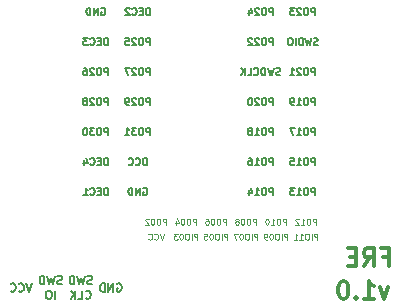
<source format=gbo>
G04 #@! TF.GenerationSoftware,KiCad,Pcbnew,5.0.0-rc2-unknown-c49a439~65~ubuntu18.04.1*
G04 #@! TF.CreationDate,2018-05-29T22:21:52+02:00*
G04 #@! TF.ProjectId,E73_breakout,4537335F627265616B6F75742E6B6963,rev?*
G04 #@! TF.SameCoordinates,Original*
G04 #@! TF.FileFunction,Legend,Bot*
G04 #@! TF.FilePolarity,Positive*
%FSLAX46Y46*%
G04 Gerber Fmt 4.6, Leading zero omitted, Abs format (unit mm)*
G04 Created by KiCad (PCBNEW 5.0.0-rc2-unknown-c49a439~65~ubuntu18.04.1) date Tue May 29 22:21:52 2018*
%MOMM*%
%LPD*%
G01*
G04 APERTURE LIST*
%ADD10C,0.175000*%
%ADD11C,0.125000*%
%ADD12C,0.300000*%
%ADD13C,0.150000*%
G04 APERTURE END LIST*
D10*
X186353333Y-121282666D02*
X186120000Y-121982666D01*
X185886666Y-121282666D01*
X185253333Y-121916000D02*
X185286666Y-121949333D01*
X185386666Y-121982666D01*
X185453333Y-121982666D01*
X185553333Y-121949333D01*
X185620000Y-121882666D01*
X185653333Y-121816000D01*
X185686666Y-121682666D01*
X185686666Y-121582666D01*
X185653333Y-121449333D01*
X185620000Y-121382666D01*
X185553333Y-121316000D01*
X185453333Y-121282666D01*
X185386666Y-121282666D01*
X185286666Y-121316000D01*
X185253333Y-121349333D01*
X184553333Y-121916000D02*
X184586666Y-121949333D01*
X184686666Y-121982666D01*
X184753333Y-121982666D01*
X184853333Y-121949333D01*
X184920000Y-121882666D01*
X184953333Y-121816000D01*
X184986666Y-121682666D01*
X184986666Y-121582666D01*
X184953333Y-121449333D01*
X184920000Y-121382666D01*
X184853333Y-121316000D01*
X184753333Y-121282666D01*
X184686666Y-121282666D01*
X184586666Y-121316000D01*
X184553333Y-121349333D01*
X188910000Y-121336833D02*
X188810000Y-121370166D01*
X188643333Y-121370166D01*
X188576666Y-121336833D01*
X188543333Y-121303500D01*
X188510000Y-121236833D01*
X188510000Y-121170166D01*
X188543333Y-121103500D01*
X188576666Y-121070166D01*
X188643333Y-121036833D01*
X188776666Y-121003500D01*
X188843333Y-120970166D01*
X188876666Y-120936833D01*
X188910000Y-120870166D01*
X188910000Y-120803500D01*
X188876666Y-120736833D01*
X188843333Y-120703500D01*
X188776666Y-120670166D01*
X188610000Y-120670166D01*
X188510000Y-120703500D01*
X188276666Y-120670166D02*
X188110000Y-121370166D01*
X187976666Y-120870166D01*
X187843333Y-121370166D01*
X187676666Y-120670166D01*
X187410000Y-121370166D02*
X187410000Y-120670166D01*
X187243333Y-120670166D01*
X187143333Y-120703500D01*
X187076666Y-120770166D01*
X187043333Y-120836833D01*
X187010000Y-120970166D01*
X187010000Y-121070166D01*
X187043333Y-121203500D01*
X187076666Y-121270166D01*
X187143333Y-121336833D01*
X187243333Y-121370166D01*
X187410000Y-121370166D01*
X188326666Y-122595166D02*
X188326666Y-121895166D01*
X187860000Y-121895166D02*
X187726666Y-121895166D01*
X187660000Y-121928500D01*
X187593333Y-121995166D01*
X187560000Y-122128500D01*
X187560000Y-122361833D01*
X187593333Y-122495166D01*
X187660000Y-122561833D01*
X187726666Y-122595166D01*
X187860000Y-122595166D01*
X187926666Y-122561833D01*
X187993333Y-122495166D01*
X188026666Y-122361833D01*
X188026666Y-122128500D01*
X187993333Y-121995166D01*
X187926666Y-121928500D01*
X187860000Y-121895166D01*
X191450000Y-121336833D02*
X191350000Y-121370166D01*
X191183333Y-121370166D01*
X191116666Y-121336833D01*
X191083333Y-121303500D01*
X191050000Y-121236833D01*
X191050000Y-121170166D01*
X191083333Y-121103500D01*
X191116666Y-121070166D01*
X191183333Y-121036833D01*
X191316666Y-121003500D01*
X191383333Y-120970166D01*
X191416666Y-120936833D01*
X191450000Y-120870166D01*
X191450000Y-120803500D01*
X191416666Y-120736833D01*
X191383333Y-120703500D01*
X191316666Y-120670166D01*
X191150000Y-120670166D01*
X191050000Y-120703500D01*
X190816666Y-120670166D02*
X190650000Y-121370166D01*
X190516666Y-120870166D01*
X190383333Y-121370166D01*
X190216666Y-120670166D01*
X189950000Y-121370166D02*
X189950000Y-120670166D01*
X189783333Y-120670166D01*
X189683333Y-120703500D01*
X189616666Y-120770166D01*
X189583333Y-120836833D01*
X189550000Y-120970166D01*
X189550000Y-121070166D01*
X189583333Y-121203500D01*
X189616666Y-121270166D01*
X189683333Y-121336833D01*
X189783333Y-121370166D01*
X189950000Y-121370166D01*
X190916666Y-122528500D02*
X190950000Y-122561833D01*
X191050000Y-122595166D01*
X191116666Y-122595166D01*
X191216666Y-122561833D01*
X191283333Y-122495166D01*
X191316666Y-122428500D01*
X191350000Y-122295166D01*
X191350000Y-122195166D01*
X191316666Y-122061833D01*
X191283333Y-121995166D01*
X191216666Y-121928500D01*
X191116666Y-121895166D01*
X191050000Y-121895166D01*
X190950000Y-121928500D01*
X190916666Y-121961833D01*
X190283333Y-122595166D02*
X190616666Y-122595166D01*
X190616666Y-121895166D01*
X190050000Y-122595166D02*
X190050000Y-121895166D01*
X189650000Y-122595166D02*
X189950000Y-122195166D01*
X189650000Y-121895166D02*
X190050000Y-122295166D01*
X193573333Y-121316000D02*
X193640000Y-121282666D01*
X193740000Y-121282666D01*
X193840000Y-121316000D01*
X193906666Y-121382666D01*
X193940000Y-121449333D01*
X193973333Y-121582666D01*
X193973333Y-121682666D01*
X193940000Y-121816000D01*
X193906666Y-121882666D01*
X193840000Y-121949333D01*
X193740000Y-121982666D01*
X193673333Y-121982666D01*
X193573333Y-121949333D01*
X193540000Y-121916000D01*
X193540000Y-121682666D01*
X193673333Y-121682666D01*
X193240000Y-121982666D02*
X193240000Y-121282666D01*
X192840000Y-121982666D01*
X192840000Y-121282666D01*
X192506666Y-121982666D02*
X192506666Y-121282666D01*
X192340000Y-121282666D01*
X192240000Y-121316000D01*
X192173333Y-121382666D01*
X192140000Y-121449333D01*
X192106666Y-121582666D01*
X192106666Y-121682666D01*
X192140000Y-121816000D01*
X192173333Y-121882666D01*
X192240000Y-121949333D01*
X192340000Y-121982666D01*
X192506666Y-121982666D01*
D11*
X197719047Y-116304190D02*
X197719047Y-115804190D01*
X197528571Y-115804190D01*
X197480952Y-115828000D01*
X197457142Y-115851809D01*
X197433333Y-115899428D01*
X197433333Y-115970857D01*
X197457142Y-116018476D01*
X197480952Y-116042285D01*
X197528571Y-116066095D01*
X197719047Y-116066095D01*
X197123809Y-115804190D02*
X197028571Y-115804190D01*
X196980952Y-115828000D01*
X196933333Y-115875619D01*
X196909523Y-115970857D01*
X196909523Y-116137523D01*
X196933333Y-116232761D01*
X196980952Y-116280380D01*
X197028571Y-116304190D01*
X197123809Y-116304190D01*
X197171428Y-116280380D01*
X197219047Y-116232761D01*
X197242857Y-116137523D01*
X197242857Y-115970857D01*
X197219047Y-115875619D01*
X197171428Y-115828000D01*
X197123809Y-115804190D01*
X196600000Y-115804190D02*
X196552380Y-115804190D01*
X196504761Y-115828000D01*
X196480952Y-115851809D01*
X196457142Y-115899428D01*
X196433333Y-115994666D01*
X196433333Y-116113714D01*
X196457142Y-116208952D01*
X196480952Y-116256571D01*
X196504761Y-116280380D01*
X196552380Y-116304190D01*
X196600000Y-116304190D01*
X196647619Y-116280380D01*
X196671428Y-116256571D01*
X196695238Y-116208952D01*
X196719047Y-116113714D01*
X196719047Y-115994666D01*
X196695238Y-115899428D01*
X196671428Y-115851809D01*
X196647619Y-115828000D01*
X196600000Y-115804190D01*
X196242857Y-115851809D02*
X196219047Y-115828000D01*
X196171428Y-115804190D01*
X196052380Y-115804190D01*
X196004761Y-115828000D01*
X195980952Y-115851809D01*
X195957142Y-115899428D01*
X195957142Y-115947047D01*
X195980952Y-116018476D01*
X196266666Y-116304190D01*
X195957142Y-116304190D01*
X197516666Y-117074190D02*
X197350000Y-117574190D01*
X197183333Y-117074190D01*
X196730952Y-117526571D02*
X196754761Y-117550380D01*
X196826190Y-117574190D01*
X196873809Y-117574190D01*
X196945238Y-117550380D01*
X196992857Y-117502761D01*
X197016666Y-117455142D01*
X197040476Y-117359904D01*
X197040476Y-117288476D01*
X197016666Y-117193238D01*
X196992857Y-117145619D01*
X196945238Y-117098000D01*
X196873809Y-117074190D01*
X196826190Y-117074190D01*
X196754761Y-117098000D01*
X196730952Y-117121809D01*
X196230952Y-117526571D02*
X196254761Y-117550380D01*
X196326190Y-117574190D01*
X196373809Y-117574190D01*
X196445238Y-117550380D01*
X196492857Y-117502761D01*
X196516666Y-117455142D01*
X196540476Y-117359904D01*
X196540476Y-117288476D01*
X196516666Y-117193238D01*
X196492857Y-117145619D01*
X196445238Y-117098000D01*
X196373809Y-117074190D01*
X196326190Y-117074190D01*
X196254761Y-117098000D01*
X196230952Y-117121809D01*
X200378095Y-117574190D02*
X200378095Y-117074190D01*
X200187619Y-117074190D01*
X200140000Y-117098000D01*
X200116190Y-117121809D01*
X200092380Y-117169428D01*
X200092380Y-117240857D01*
X200116190Y-117288476D01*
X200140000Y-117312285D01*
X200187619Y-117336095D01*
X200378095Y-117336095D01*
X199878095Y-117574190D02*
X199878095Y-117074190D01*
X199544761Y-117074190D02*
X199449523Y-117074190D01*
X199401904Y-117098000D01*
X199354285Y-117145619D01*
X199330476Y-117240857D01*
X199330476Y-117407523D01*
X199354285Y-117502761D01*
X199401904Y-117550380D01*
X199449523Y-117574190D01*
X199544761Y-117574190D01*
X199592380Y-117550380D01*
X199640000Y-117502761D01*
X199663809Y-117407523D01*
X199663809Y-117240857D01*
X199640000Y-117145619D01*
X199592380Y-117098000D01*
X199544761Y-117074190D01*
X199020952Y-117074190D02*
X198973333Y-117074190D01*
X198925714Y-117098000D01*
X198901904Y-117121809D01*
X198878095Y-117169428D01*
X198854285Y-117264666D01*
X198854285Y-117383714D01*
X198878095Y-117478952D01*
X198901904Y-117526571D01*
X198925714Y-117550380D01*
X198973333Y-117574190D01*
X199020952Y-117574190D01*
X199068571Y-117550380D01*
X199092380Y-117526571D01*
X199116190Y-117478952D01*
X199140000Y-117383714D01*
X199140000Y-117264666D01*
X199116190Y-117169428D01*
X199092380Y-117121809D01*
X199068571Y-117098000D01*
X199020952Y-117074190D01*
X198687619Y-117074190D02*
X198378095Y-117074190D01*
X198544761Y-117264666D01*
X198473333Y-117264666D01*
X198425714Y-117288476D01*
X198401904Y-117312285D01*
X198378095Y-117359904D01*
X198378095Y-117478952D01*
X198401904Y-117526571D01*
X198425714Y-117550380D01*
X198473333Y-117574190D01*
X198616190Y-117574190D01*
X198663809Y-117550380D01*
X198687619Y-117526571D01*
X200259047Y-116304190D02*
X200259047Y-115804190D01*
X200068571Y-115804190D01*
X200020952Y-115828000D01*
X199997142Y-115851809D01*
X199973333Y-115899428D01*
X199973333Y-115970857D01*
X199997142Y-116018476D01*
X200020952Y-116042285D01*
X200068571Y-116066095D01*
X200259047Y-116066095D01*
X199663809Y-115804190D02*
X199568571Y-115804190D01*
X199520952Y-115828000D01*
X199473333Y-115875619D01*
X199449523Y-115970857D01*
X199449523Y-116137523D01*
X199473333Y-116232761D01*
X199520952Y-116280380D01*
X199568571Y-116304190D01*
X199663809Y-116304190D01*
X199711428Y-116280380D01*
X199759047Y-116232761D01*
X199782857Y-116137523D01*
X199782857Y-115970857D01*
X199759047Y-115875619D01*
X199711428Y-115828000D01*
X199663809Y-115804190D01*
X199140000Y-115804190D02*
X199092380Y-115804190D01*
X199044761Y-115828000D01*
X199020952Y-115851809D01*
X198997142Y-115899428D01*
X198973333Y-115994666D01*
X198973333Y-116113714D01*
X198997142Y-116208952D01*
X199020952Y-116256571D01*
X199044761Y-116280380D01*
X199092380Y-116304190D01*
X199140000Y-116304190D01*
X199187619Y-116280380D01*
X199211428Y-116256571D01*
X199235238Y-116208952D01*
X199259047Y-116113714D01*
X199259047Y-115994666D01*
X199235238Y-115899428D01*
X199211428Y-115851809D01*
X199187619Y-115828000D01*
X199140000Y-115804190D01*
X198544761Y-115970857D02*
X198544761Y-116304190D01*
X198663809Y-115780380D02*
X198782857Y-116137523D01*
X198473333Y-116137523D01*
X202918095Y-117574190D02*
X202918095Y-117074190D01*
X202727619Y-117074190D01*
X202680000Y-117098000D01*
X202656190Y-117121809D01*
X202632380Y-117169428D01*
X202632380Y-117240857D01*
X202656190Y-117288476D01*
X202680000Y-117312285D01*
X202727619Y-117336095D01*
X202918095Y-117336095D01*
X202418095Y-117574190D02*
X202418095Y-117074190D01*
X202084761Y-117074190D02*
X201989523Y-117074190D01*
X201941904Y-117098000D01*
X201894285Y-117145619D01*
X201870476Y-117240857D01*
X201870476Y-117407523D01*
X201894285Y-117502761D01*
X201941904Y-117550380D01*
X201989523Y-117574190D01*
X202084761Y-117574190D01*
X202132380Y-117550380D01*
X202180000Y-117502761D01*
X202203809Y-117407523D01*
X202203809Y-117240857D01*
X202180000Y-117145619D01*
X202132380Y-117098000D01*
X202084761Y-117074190D01*
X201560952Y-117074190D02*
X201513333Y-117074190D01*
X201465714Y-117098000D01*
X201441904Y-117121809D01*
X201418095Y-117169428D01*
X201394285Y-117264666D01*
X201394285Y-117383714D01*
X201418095Y-117478952D01*
X201441904Y-117526571D01*
X201465714Y-117550380D01*
X201513333Y-117574190D01*
X201560952Y-117574190D01*
X201608571Y-117550380D01*
X201632380Y-117526571D01*
X201656190Y-117478952D01*
X201680000Y-117383714D01*
X201680000Y-117264666D01*
X201656190Y-117169428D01*
X201632380Y-117121809D01*
X201608571Y-117098000D01*
X201560952Y-117074190D01*
X200941904Y-117074190D02*
X201180000Y-117074190D01*
X201203809Y-117312285D01*
X201180000Y-117288476D01*
X201132380Y-117264666D01*
X201013333Y-117264666D01*
X200965714Y-117288476D01*
X200941904Y-117312285D01*
X200918095Y-117359904D01*
X200918095Y-117478952D01*
X200941904Y-117526571D01*
X200965714Y-117550380D01*
X201013333Y-117574190D01*
X201132380Y-117574190D01*
X201180000Y-117550380D01*
X201203809Y-117526571D01*
X202799047Y-116304190D02*
X202799047Y-115804190D01*
X202608571Y-115804190D01*
X202560952Y-115828000D01*
X202537142Y-115851809D01*
X202513333Y-115899428D01*
X202513333Y-115970857D01*
X202537142Y-116018476D01*
X202560952Y-116042285D01*
X202608571Y-116066095D01*
X202799047Y-116066095D01*
X202203809Y-115804190D02*
X202108571Y-115804190D01*
X202060952Y-115828000D01*
X202013333Y-115875619D01*
X201989523Y-115970857D01*
X201989523Y-116137523D01*
X202013333Y-116232761D01*
X202060952Y-116280380D01*
X202108571Y-116304190D01*
X202203809Y-116304190D01*
X202251428Y-116280380D01*
X202299047Y-116232761D01*
X202322857Y-116137523D01*
X202322857Y-115970857D01*
X202299047Y-115875619D01*
X202251428Y-115828000D01*
X202203809Y-115804190D01*
X201680000Y-115804190D02*
X201632380Y-115804190D01*
X201584761Y-115828000D01*
X201560952Y-115851809D01*
X201537142Y-115899428D01*
X201513333Y-115994666D01*
X201513333Y-116113714D01*
X201537142Y-116208952D01*
X201560952Y-116256571D01*
X201584761Y-116280380D01*
X201632380Y-116304190D01*
X201680000Y-116304190D01*
X201727619Y-116280380D01*
X201751428Y-116256571D01*
X201775238Y-116208952D01*
X201799047Y-116113714D01*
X201799047Y-115994666D01*
X201775238Y-115899428D01*
X201751428Y-115851809D01*
X201727619Y-115828000D01*
X201680000Y-115804190D01*
X201084761Y-115804190D02*
X201180000Y-115804190D01*
X201227619Y-115828000D01*
X201251428Y-115851809D01*
X201299047Y-115923238D01*
X201322857Y-116018476D01*
X201322857Y-116208952D01*
X201299047Y-116256571D01*
X201275238Y-116280380D01*
X201227619Y-116304190D01*
X201132380Y-116304190D01*
X201084761Y-116280380D01*
X201060952Y-116256571D01*
X201037142Y-116208952D01*
X201037142Y-116089904D01*
X201060952Y-116042285D01*
X201084761Y-116018476D01*
X201132380Y-115994666D01*
X201227619Y-115994666D01*
X201275238Y-116018476D01*
X201299047Y-116042285D01*
X201322857Y-116089904D01*
X205458095Y-117574190D02*
X205458095Y-117074190D01*
X205267619Y-117074190D01*
X205220000Y-117098000D01*
X205196190Y-117121809D01*
X205172380Y-117169428D01*
X205172380Y-117240857D01*
X205196190Y-117288476D01*
X205220000Y-117312285D01*
X205267619Y-117336095D01*
X205458095Y-117336095D01*
X204958095Y-117574190D02*
X204958095Y-117074190D01*
X204624761Y-117074190D02*
X204529523Y-117074190D01*
X204481904Y-117098000D01*
X204434285Y-117145619D01*
X204410476Y-117240857D01*
X204410476Y-117407523D01*
X204434285Y-117502761D01*
X204481904Y-117550380D01*
X204529523Y-117574190D01*
X204624761Y-117574190D01*
X204672380Y-117550380D01*
X204720000Y-117502761D01*
X204743809Y-117407523D01*
X204743809Y-117240857D01*
X204720000Y-117145619D01*
X204672380Y-117098000D01*
X204624761Y-117074190D01*
X204100952Y-117074190D02*
X204053333Y-117074190D01*
X204005714Y-117098000D01*
X203981904Y-117121809D01*
X203958095Y-117169428D01*
X203934285Y-117264666D01*
X203934285Y-117383714D01*
X203958095Y-117478952D01*
X203981904Y-117526571D01*
X204005714Y-117550380D01*
X204053333Y-117574190D01*
X204100952Y-117574190D01*
X204148571Y-117550380D01*
X204172380Y-117526571D01*
X204196190Y-117478952D01*
X204220000Y-117383714D01*
X204220000Y-117264666D01*
X204196190Y-117169428D01*
X204172380Y-117121809D01*
X204148571Y-117098000D01*
X204100952Y-117074190D01*
X203767619Y-117074190D02*
X203434285Y-117074190D01*
X203648571Y-117574190D01*
X205339047Y-116304190D02*
X205339047Y-115804190D01*
X205148571Y-115804190D01*
X205100952Y-115828000D01*
X205077142Y-115851809D01*
X205053333Y-115899428D01*
X205053333Y-115970857D01*
X205077142Y-116018476D01*
X205100952Y-116042285D01*
X205148571Y-116066095D01*
X205339047Y-116066095D01*
X204743809Y-115804190D02*
X204648571Y-115804190D01*
X204600952Y-115828000D01*
X204553333Y-115875619D01*
X204529523Y-115970857D01*
X204529523Y-116137523D01*
X204553333Y-116232761D01*
X204600952Y-116280380D01*
X204648571Y-116304190D01*
X204743809Y-116304190D01*
X204791428Y-116280380D01*
X204839047Y-116232761D01*
X204862857Y-116137523D01*
X204862857Y-115970857D01*
X204839047Y-115875619D01*
X204791428Y-115828000D01*
X204743809Y-115804190D01*
X204220000Y-115804190D02*
X204172380Y-115804190D01*
X204124761Y-115828000D01*
X204100952Y-115851809D01*
X204077142Y-115899428D01*
X204053333Y-115994666D01*
X204053333Y-116113714D01*
X204077142Y-116208952D01*
X204100952Y-116256571D01*
X204124761Y-116280380D01*
X204172380Y-116304190D01*
X204220000Y-116304190D01*
X204267619Y-116280380D01*
X204291428Y-116256571D01*
X204315238Y-116208952D01*
X204339047Y-116113714D01*
X204339047Y-115994666D01*
X204315238Y-115899428D01*
X204291428Y-115851809D01*
X204267619Y-115828000D01*
X204220000Y-115804190D01*
X203767619Y-116018476D02*
X203815238Y-115994666D01*
X203839047Y-115970857D01*
X203862857Y-115923238D01*
X203862857Y-115899428D01*
X203839047Y-115851809D01*
X203815238Y-115828000D01*
X203767619Y-115804190D01*
X203672380Y-115804190D01*
X203624761Y-115828000D01*
X203600952Y-115851809D01*
X203577142Y-115899428D01*
X203577142Y-115923238D01*
X203600952Y-115970857D01*
X203624761Y-115994666D01*
X203672380Y-116018476D01*
X203767619Y-116018476D01*
X203815238Y-116042285D01*
X203839047Y-116066095D01*
X203862857Y-116113714D01*
X203862857Y-116208952D01*
X203839047Y-116256571D01*
X203815238Y-116280380D01*
X203767619Y-116304190D01*
X203672380Y-116304190D01*
X203624761Y-116280380D01*
X203600952Y-116256571D01*
X203577142Y-116208952D01*
X203577142Y-116113714D01*
X203600952Y-116066095D01*
X203624761Y-116042285D01*
X203672380Y-116018476D01*
X207998095Y-117574190D02*
X207998095Y-117074190D01*
X207807619Y-117074190D01*
X207760000Y-117098000D01*
X207736190Y-117121809D01*
X207712380Y-117169428D01*
X207712380Y-117240857D01*
X207736190Y-117288476D01*
X207760000Y-117312285D01*
X207807619Y-117336095D01*
X207998095Y-117336095D01*
X207498095Y-117574190D02*
X207498095Y-117074190D01*
X207164761Y-117074190D02*
X207069523Y-117074190D01*
X207021904Y-117098000D01*
X206974285Y-117145619D01*
X206950476Y-117240857D01*
X206950476Y-117407523D01*
X206974285Y-117502761D01*
X207021904Y-117550380D01*
X207069523Y-117574190D01*
X207164761Y-117574190D01*
X207212380Y-117550380D01*
X207260000Y-117502761D01*
X207283809Y-117407523D01*
X207283809Y-117240857D01*
X207260000Y-117145619D01*
X207212380Y-117098000D01*
X207164761Y-117074190D01*
X206640952Y-117074190D02*
X206593333Y-117074190D01*
X206545714Y-117098000D01*
X206521904Y-117121809D01*
X206498095Y-117169428D01*
X206474285Y-117264666D01*
X206474285Y-117383714D01*
X206498095Y-117478952D01*
X206521904Y-117526571D01*
X206545714Y-117550380D01*
X206593333Y-117574190D01*
X206640952Y-117574190D01*
X206688571Y-117550380D01*
X206712380Y-117526571D01*
X206736190Y-117478952D01*
X206760000Y-117383714D01*
X206760000Y-117264666D01*
X206736190Y-117169428D01*
X206712380Y-117121809D01*
X206688571Y-117098000D01*
X206640952Y-117074190D01*
X206236190Y-117574190D02*
X206140952Y-117574190D01*
X206093333Y-117550380D01*
X206069523Y-117526571D01*
X206021904Y-117455142D01*
X205998095Y-117359904D01*
X205998095Y-117169428D01*
X206021904Y-117121809D01*
X206045714Y-117098000D01*
X206093333Y-117074190D01*
X206188571Y-117074190D01*
X206236190Y-117098000D01*
X206260000Y-117121809D01*
X206283809Y-117169428D01*
X206283809Y-117288476D01*
X206260000Y-117336095D01*
X206236190Y-117359904D01*
X206188571Y-117383714D01*
X206093333Y-117383714D01*
X206045714Y-117359904D01*
X206021904Y-117336095D01*
X205998095Y-117288476D01*
X207879047Y-116304190D02*
X207879047Y-115804190D01*
X207688571Y-115804190D01*
X207640952Y-115828000D01*
X207617142Y-115851809D01*
X207593333Y-115899428D01*
X207593333Y-115970857D01*
X207617142Y-116018476D01*
X207640952Y-116042285D01*
X207688571Y-116066095D01*
X207879047Y-116066095D01*
X207283809Y-115804190D02*
X207188571Y-115804190D01*
X207140952Y-115828000D01*
X207093333Y-115875619D01*
X207069523Y-115970857D01*
X207069523Y-116137523D01*
X207093333Y-116232761D01*
X207140952Y-116280380D01*
X207188571Y-116304190D01*
X207283809Y-116304190D01*
X207331428Y-116280380D01*
X207379047Y-116232761D01*
X207402857Y-116137523D01*
X207402857Y-115970857D01*
X207379047Y-115875619D01*
X207331428Y-115828000D01*
X207283809Y-115804190D01*
X206593333Y-116304190D02*
X206879047Y-116304190D01*
X206736190Y-116304190D02*
X206736190Y-115804190D01*
X206783809Y-115875619D01*
X206831428Y-115923238D01*
X206879047Y-115947047D01*
X206283809Y-115804190D02*
X206236190Y-115804190D01*
X206188571Y-115828000D01*
X206164761Y-115851809D01*
X206140952Y-115899428D01*
X206117142Y-115994666D01*
X206117142Y-116113714D01*
X206140952Y-116208952D01*
X206164761Y-116256571D01*
X206188571Y-116280380D01*
X206236190Y-116304190D01*
X206283809Y-116304190D01*
X206331428Y-116280380D01*
X206355238Y-116256571D01*
X206379047Y-116208952D01*
X206402857Y-116113714D01*
X206402857Y-115994666D01*
X206379047Y-115899428D01*
X206355238Y-115851809D01*
X206331428Y-115828000D01*
X206283809Y-115804190D01*
X210538095Y-117574190D02*
X210538095Y-117074190D01*
X210347619Y-117074190D01*
X210300000Y-117098000D01*
X210276190Y-117121809D01*
X210252380Y-117169428D01*
X210252380Y-117240857D01*
X210276190Y-117288476D01*
X210300000Y-117312285D01*
X210347619Y-117336095D01*
X210538095Y-117336095D01*
X210038095Y-117574190D02*
X210038095Y-117074190D01*
X209704761Y-117074190D02*
X209609523Y-117074190D01*
X209561904Y-117098000D01*
X209514285Y-117145619D01*
X209490476Y-117240857D01*
X209490476Y-117407523D01*
X209514285Y-117502761D01*
X209561904Y-117550380D01*
X209609523Y-117574190D01*
X209704761Y-117574190D01*
X209752380Y-117550380D01*
X209800000Y-117502761D01*
X209823809Y-117407523D01*
X209823809Y-117240857D01*
X209800000Y-117145619D01*
X209752380Y-117098000D01*
X209704761Y-117074190D01*
X209014285Y-117574190D02*
X209300000Y-117574190D01*
X209157142Y-117574190D02*
X209157142Y-117074190D01*
X209204761Y-117145619D01*
X209252380Y-117193238D01*
X209300000Y-117217047D01*
X208538095Y-117574190D02*
X208823809Y-117574190D01*
X208680952Y-117574190D02*
X208680952Y-117074190D01*
X208728571Y-117145619D01*
X208776190Y-117193238D01*
X208823809Y-117217047D01*
X210419047Y-116304190D02*
X210419047Y-115804190D01*
X210228571Y-115804190D01*
X210180952Y-115828000D01*
X210157142Y-115851809D01*
X210133333Y-115899428D01*
X210133333Y-115970857D01*
X210157142Y-116018476D01*
X210180952Y-116042285D01*
X210228571Y-116066095D01*
X210419047Y-116066095D01*
X209823809Y-115804190D02*
X209728571Y-115804190D01*
X209680952Y-115828000D01*
X209633333Y-115875619D01*
X209609523Y-115970857D01*
X209609523Y-116137523D01*
X209633333Y-116232761D01*
X209680952Y-116280380D01*
X209728571Y-116304190D01*
X209823809Y-116304190D01*
X209871428Y-116280380D01*
X209919047Y-116232761D01*
X209942857Y-116137523D01*
X209942857Y-115970857D01*
X209919047Y-115875619D01*
X209871428Y-115828000D01*
X209823809Y-115804190D01*
X209133333Y-116304190D02*
X209419047Y-116304190D01*
X209276190Y-116304190D02*
X209276190Y-115804190D01*
X209323809Y-115875619D01*
X209371428Y-115923238D01*
X209419047Y-115947047D01*
X208942857Y-115851809D02*
X208919047Y-115828000D01*
X208871428Y-115804190D01*
X208752380Y-115804190D01*
X208704761Y-115828000D01*
X208680952Y-115851809D01*
X208657142Y-115899428D01*
X208657142Y-115947047D01*
X208680952Y-116018476D01*
X208966666Y-116304190D01*
X208657142Y-116304190D01*
D12*
X216098285Y-119018857D02*
X216598285Y-119018857D01*
X216598285Y-119804571D02*
X216598285Y-118304571D01*
X215884000Y-118304571D01*
X214455428Y-119804571D02*
X214955428Y-119090285D01*
X215312571Y-119804571D02*
X215312571Y-118304571D01*
X214741142Y-118304571D01*
X214598285Y-118376000D01*
X214526857Y-118447428D01*
X214455428Y-118590285D01*
X214455428Y-118804571D01*
X214526857Y-118947428D01*
X214598285Y-119018857D01*
X214741142Y-119090285D01*
X215312571Y-119090285D01*
X213812571Y-119018857D02*
X213312571Y-119018857D01*
X213098285Y-119804571D02*
X213812571Y-119804571D01*
X213812571Y-118304571D01*
X213098285Y-118304571D01*
X216518857Y-121598571D02*
X216161714Y-122598571D01*
X215804571Y-121598571D01*
X214447428Y-122598571D02*
X215304571Y-122598571D01*
X214876000Y-122598571D02*
X214876000Y-121098571D01*
X215018857Y-121312857D01*
X215161714Y-121455714D01*
X215304571Y-121527142D01*
X213804571Y-122455714D02*
X213733142Y-122527142D01*
X213804571Y-122598571D01*
X213876000Y-122527142D01*
X213804571Y-122455714D01*
X213804571Y-122598571D01*
X212804571Y-121098571D02*
X212661714Y-121098571D01*
X212518857Y-121170000D01*
X212447428Y-121241428D01*
X212376000Y-121384285D01*
X212304571Y-121670000D01*
X212304571Y-122027142D01*
X212376000Y-122312857D01*
X212447428Y-122455714D01*
X212518857Y-122527142D01*
X212661714Y-122598571D01*
X212804571Y-122598571D01*
X212947428Y-122527142D01*
X213018857Y-122455714D01*
X213090285Y-122312857D01*
X213161714Y-122027142D01*
X213161714Y-121670000D01*
X213090285Y-121384285D01*
X213018857Y-121241428D01*
X212947428Y-121170000D01*
X212804571Y-121098571D01*
D13*
X196340285Y-98569428D02*
X196340285Y-97969428D01*
X196197428Y-97969428D01*
X196111714Y-97998000D01*
X196054571Y-98055142D01*
X196026000Y-98112285D01*
X195997428Y-98226571D01*
X195997428Y-98312285D01*
X196026000Y-98426571D01*
X196054571Y-98483714D01*
X196111714Y-98540857D01*
X196197428Y-98569428D01*
X196340285Y-98569428D01*
X195740285Y-98255142D02*
X195540285Y-98255142D01*
X195454571Y-98569428D02*
X195740285Y-98569428D01*
X195740285Y-97969428D01*
X195454571Y-97969428D01*
X194854571Y-98512285D02*
X194883142Y-98540857D01*
X194968857Y-98569428D01*
X195026000Y-98569428D01*
X195111714Y-98540857D01*
X195168857Y-98483714D01*
X195197428Y-98426571D01*
X195226000Y-98312285D01*
X195226000Y-98226571D01*
X195197428Y-98112285D01*
X195168857Y-98055142D01*
X195111714Y-97998000D01*
X195026000Y-97969428D01*
X194968857Y-97969428D01*
X194883142Y-97998000D01*
X194854571Y-98026571D01*
X194626000Y-98026571D02*
X194597428Y-97998000D01*
X194540285Y-97969428D01*
X194397428Y-97969428D01*
X194340285Y-97998000D01*
X194311714Y-98026571D01*
X194283142Y-98083714D01*
X194283142Y-98140857D01*
X194311714Y-98226571D01*
X194654571Y-98569428D01*
X194283142Y-98569428D01*
X192812857Y-108729428D02*
X192812857Y-108129428D01*
X192584285Y-108129428D01*
X192527142Y-108158000D01*
X192498571Y-108186571D01*
X192470000Y-108243714D01*
X192470000Y-108329428D01*
X192498571Y-108386571D01*
X192527142Y-108415142D01*
X192584285Y-108443714D01*
X192812857Y-108443714D01*
X192098571Y-108129428D02*
X191984285Y-108129428D01*
X191927142Y-108158000D01*
X191870000Y-108215142D01*
X191841428Y-108329428D01*
X191841428Y-108529428D01*
X191870000Y-108643714D01*
X191927142Y-108700857D01*
X191984285Y-108729428D01*
X192098571Y-108729428D01*
X192155714Y-108700857D01*
X192212857Y-108643714D01*
X192241428Y-108529428D01*
X192241428Y-108329428D01*
X192212857Y-108215142D01*
X192155714Y-108158000D01*
X192098571Y-108129428D01*
X191641428Y-108129428D02*
X191270000Y-108129428D01*
X191470000Y-108358000D01*
X191384285Y-108358000D01*
X191327142Y-108386571D01*
X191298571Y-108415142D01*
X191270000Y-108472285D01*
X191270000Y-108615142D01*
X191298571Y-108672285D01*
X191327142Y-108700857D01*
X191384285Y-108729428D01*
X191555714Y-108729428D01*
X191612857Y-108700857D01*
X191641428Y-108672285D01*
X190898571Y-108129428D02*
X190841428Y-108129428D01*
X190784285Y-108158000D01*
X190755714Y-108186571D01*
X190727142Y-108243714D01*
X190698571Y-108358000D01*
X190698571Y-108500857D01*
X190727142Y-108615142D01*
X190755714Y-108672285D01*
X190784285Y-108700857D01*
X190841428Y-108729428D01*
X190898571Y-108729428D01*
X190955714Y-108700857D01*
X190984285Y-108672285D01*
X191012857Y-108615142D01*
X191041428Y-108500857D01*
X191041428Y-108358000D01*
X191012857Y-108243714D01*
X190984285Y-108186571D01*
X190955714Y-108158000D01*
X190898571Y-108129428D01*
X192812857Y-103649428D02*
X192812857Y-103049428D01*
X192584285Y-103049428D01*
X192527142Y-103078000D01*
X192498571Y-103106571D01*
X192470000Y-103163714D01*
X192470000Y-103249428D01*
X192498571Y-103306571D01*
X192527142Y-103335142D01*
X192584285Y-103363714D01*
X192812857Y-103363714D01*
X192098571Y-103049428D02*
X191984285Y-103049428D01*
X191927142Y-103078000D01*
X191870000Y-103135142D01*
X191841428Y-103249428D01*
X191841428Y-103449428D01*
X191870000Y-103563714D01*
X191927142Y-103620857D01*
X191984285Y-103649428D01*
X192098571Y-103649428D01*
X192155714Y-103620857D01*
X192212857Y-103563714D01*
X192241428Y-103449428D01*
X192241428Y-103249428D01*
X192212857Y-103135142D01*
X192155714Y-103078000D01*
X192098571Y-103049428D01*
X191612857Y-103106571D02*
X191584285Y-103078000D01*
X191527142Y-103049428D01*
X191384285Y-103049428D01*
X191327142Y-103078000D01*
X191298571Y-103106571D01*
X191270000Y-103163714D01*
X191270000Y-103220857D01*
X191298571Y-103306571D01*
X191641428Y-103649428D01*
X191270000Y-103649428D01*
X190755714Y-103049428D02*
X190870000Y-103049428D01*
X190927142Y-103078000D01*
X190955714Y-103106571D01*
X191012857Y-103192285D01*
X191041428Y-103306571D01*
X191041428Y-103535142D01*
X191012857Y-103592285D01*
X190984285Y-103620857D01*
X190927142Y-103649428D01*
X190812857Y-103649428D01*
X190755714Y-103620857D01*
X190727142Y-103592285D01*
X190698571Y-103535142D01*
X190698571Y-103392285D01*
X190727142Y-103335142D01*
X190755714Y-103306571D01*
X190812857Y-103278000D01*
X190927142Y-103278000D01*
X190984285Y-103306571D01*
X191012857Y-103335142D01*
X191041428Y-103392285D01*
X192784285Y-113809428D02*
X192784285Y-113209428D01*
X192641428Y-113209428D01*
X192555714Y-113238000D01*
X192498571Y-113295142D01*
X192470000Y-113352285D01*
X192441428Y-113466571D01*
X192441428Y-113552285D01*
X192470000Y-113666571D01*
X192498571Y-113723714D01*
X192555714Y-113780857D01*
X192641428Y-113809428D01*
X192784285Y-113809428D01*
X192184285Y-113495142D02*
X191984285Y-113495142D01*
X191898571Y-113809428D02*
X192184285Y-113809428D01*
X192184285Y-113209428D01*
X191898571Y-113209428D01*
X191298571Y-113752285D02*
X191327142Y-113780857D01*
X191412857Y-113809428D01*
X191470000Y-113809428D01*
X191555714Y-113780857D01*
X191612857Y-113723714D01*
X191641428Y-113666571D01*
X191670000Y-113552285D01*
X191670000Y-113466571D01*
X191641428Y-113352285D01*
X191612857Y-113295142D01*
X191555714Y-113238000D01*
X191470000Y-113209428D01*
X191412857Y-113209428D01*
X191327142Y-113238000D01*
X191298571Y-113266571D01*
X190727142Y-113809428D02*
X191070000Y-113809428D01*
X190898571Y-113809428D02*
X190898571Y-113209428D01*
X190955714Y-113295142D01*
X191012857Y-113352285D01*
X191070000Y-113380857D01*
X192784285Y-111269428D02*
X192784285Y-110669428D01*
X192641428Y-110669428D01*
X192555714Y-110698000D01*
X192498571Y-110755142D01*
X192470000Y-110812285D01*
X192441428Y-110926571D01*
X192441428Y-111012285D01*
X192470000Y-111126571D01*
X192498571Y-111183714D01*
X192555714Y-111240857D01*
X192641428Y-111269428D01*
X192784285Y-111269428D01*
X192184285Y-110955142D02*
X191984285Y-110955142D01*
X191898571Y-111269428D02*
X192184285Y-111269428D01*
X192184285Y-110669428D01*
X191898571Y-110669428D01*
X191298571Y-111212285D02*
X191327142Y-111240857D01*
X191412857Y-111269428D01*
X191470000Y-111269428D01*
X191555714Y-111240857D01*
X191612857Y-111183714D01*
X191641428Y-111126571D01*
X191670000Y-111012285D01*
X191670000Y-110926571D01*
X191641428Y-110812285D01*
X191612857Y-110755142D01*
X191555714Y-110698000D01*
X191470000Y-110669428D01*
X191412857Y-110669428D01*
X191327142Y-110698000D01*
X191298571Y-110726571D01*
X190784285Y-110869428D02*
X190784285Y-111269428D01*
X190927142Y-110640857D02*
X191070000Y-111069428D01*
X190698571Y-111069428D01*
X196083142Y-111269428D02*
X196083142Y-110669428D01*
X195940285Y-110669428D01*
X195854571Y-110698000D01*
X195797428Y-110755142D01*
X195768857Y-110812285D01*
X195740285Y-110926571D01*
X195740285Y-111012285D01*
X195768857Y-111126571D01*
X195797428Y-111183714D01*
X195854571Y-111240857D01*
X195940285Y-111269428D01*
X196083142Y-111269428D01*
X195140285Y-111212285D02*
X195168857Y-111240857D01*
X195254571Y-111269428D01*
X195311714Y-111269428D01*
X195397428Y-111240857D01*
X195454571Y-111183714D01*
X195483142Y-111126571D01*
X195511714Y-111012285D01*
X195511714Y-110926571D01*
X195483142Y-110812285D01*
X195454571Y-110755142D01*
X195397428Y-110698000D01*
X195311714Y-110669428D01*
X195254571Y-110669428D01*
X195168857Y-110698000D01*
X195140285Y-110726571D01*
X194540285Y-111212285D02*
X194568857Y-111240857D01*
X194654571Y-111269428D01*
X194711714Y-111269428D01*
X194797428Y-111240857D01*
X194854571Y-111183714D01*
X194883142Y-111126571D01*
X194911714Y-111012285D01*
X194911714Y-110926571D01*
X194883142Y-110812285D01*
X194854571Y-110755142D01*
X194797428Y-110698000D01*
X194711714Y-110669428D01*
X194654571Y-110669428D01*
X194568857Y-110698000D01*
X194540285Y-110726571D01*
X196368857Y-103649428D02*
X196368857Y-103049428D01*
X196140285Y-103049428D01*
X196083142Y-103078000D01*
X196054571Y-103106571D01*
X196026000Y-103163714D01*
X196026000Y-103249428D01*
X196054571Y-103306571D01*
X196083142Y-103335142D01*
X196140285Y-103363714D01*
X196368857Y-103363714D01*
X195654571Y-103049428D02*
X195540285Y-103049428D01*
X195483142Y-103078000D01*
X195426000Y-103135142D01*
X195397428Y-103249428D01*
X195397428Y-103449428D01*
X195426000Y-103563714D01*
X195483142Y-103620857D01*
X195540285Y-103649428D01*
X195654571Y-103649428D01*
X195711714Y-103620857D01*
X195768857Y-103563714D01*
X195797428Y-103449428D01*
X195797428Y-103249428D01*
X195768857Y-103135142D01*
X195711714Y-103078000D01*
X195654571Y-103049428D01*
X195168857Y-103106571D02*
X195140285Y-103078000D01*
X195083142Y-103049428D01*
X194940285Y-103049428D01*
X194883142Y-103078000D01*
X194854571Y-103106571D01*
X194826000Y-103163714D01*
X194826000Y-103220857D01*
X194854571Y-103306571D01*
X195197428Y-103649428D01*
X194826000Y-103649428D01*
X194626000Y-103049428D02*
X194226000Y-103049428D01*
X194483142Y-103649428D01*
X196368857Y-106189428D02*
X196368857Y-105589428D01*
X196140285Y-105589428D01*
X196083142Y-105618000D01*
X196054571Y-105646571D01*
X196026000Y-105703714D01*
X196026000Y-105789428D01*
X196054571Y-105846571D01*
X196083142Y-105875142D01*
X196140285Y-105903714D01*
X196368857Y-105903714D01*
X195654571Y-105589428D02*
X195540285Y-105589428D01*
X195483142Y-105618000D01*
X195426000Y-105675142D01*
X195397428Y-105789428D01*
X195397428Y-105989428D01*
X195426000Y-106103714D01*
X195483142Y-106160857D01*
X195540285Y-106189428D01*
X195654571Y-106189428D01*
X195711714Y-106160857D01*
X195768857Y-106103714D01*
X195797428Y-105989428D01*
X195797428Y-105789428D01*
X195768857Y-105675142D01*
X195711714Y-105618000D01*
X195654571Y-105589428D01*
X195168857Y-105646571D02*
X195140285Y-105618000D01*
X195083142Y-105589428D01*
X194940285Y-105589428D01*
X194883142Y-105618000D01*
X194854571Y-105646571D01*
X194826000Y-105703714D01*
X194826000Y-105760857D01*
X194854571Y-105846571D01*
X195197428Y-106189428D01*
X194826000Y-106189428D01*
X194540285Y-106189428D02*
X194426000Y-106189428D01*
X194368857Y-106160857D01*
X194340285Y-106132285D01*
X194283142Y-106046571D01*
X194254571Y-105932285D01*
X194254571Y-105703714D01*
X194283142Y-105646571D01*
X194311714Y-105618000D01*
X194368857Y-105589428D01*
X194483142Y-105589428D01*
X194540285Y-105618000D01*
X194568857Y-105646571D01*
X194597428Y-105703714D01*
X194597428Y-105846571D01*
X194568857Y-105903714D01*
X194540285Y-105932285D01*
X194483142Y-105960857D01*
X194368857Y-105960857D01*
X194311714Y-105932285D01*
X194283142Y-105903714D01*
X194254571Y-105846571D01*
X192784285Y-101109428D02*
X192784285Y-100509428D01*
X192641428Y-100509428D01*
X192555714Y-100538000D01*
X192498571Y-100595142D01*
X192470000Y-100652285D01*
X192441428Y-100766571D01*
X192441428Y-100852285D01*
X192470000Y-100966571D01*
X192498571Y-101023714D01*
X192555714Y-101080857D01*
X192641428Y-101109428D01*
X192784285Y-101109428D01*
X192184285Y-100795142D02*
X191984285Y-100795142D01*
X191898571Y-101109428D02*
X192184285Y-101109428D01*
X192184285Y-100509428D01*
X191898571Y-100509428D01*
X191298571Y-101052285D02*
X191327142Y-101080857D01*
X191412857Y-101109428D01*
X191470000Y-101109428D01*
X191555714Y-101080857D01*
X191612857Y-101023714D01*
X191641428Y-100966571D01*
X191670000Y-100852285D01*
X191670000Y-100766571D01*
X191641428Y-100652285D01*
X191612857Y-100595142D01*
X191555714Y-100538000D01*
X191470000Y-100509428D01*
X191412857Y-100509428D01*
X191327142Y-100538000D01*
X191298571Y-100566571D01*
X191098571Y-100509428D02*
X190727142Y-100509428D01*
X190927142Y-100738000D01*
X190841428Y-100738000D01*
X190784285Y-100766571D01*
X190755714Y-100795142D01*
X190727142Y-100852285D01*
X190727142Y-100995142D01*
X190755714Y-101052285D01*
X190784285Y-101080857D01*
X190841428Y-101109428D01*
X191012857Y-101109428D01*
X191070000Y-101080857D01*
X191098571Y-101052285D01*
X195783142Y-113238000D02*
X195840285Y-113209428D01*
X195926000Y-113209428D01*
X196011714Y-113238000D01*
X196068857Y-113295142D01*
X196097428Y-113352285D01*
X196126000Y-113466571D01*
X196126000Y-113552285D01*
X196097428Y-113666571D01*
X196068857Y-113723714D01*
X196011714Y-113780857D01*
X195926000Y-113809428D01*
X195868857Y-113809428D01*
X195783142Y-113780857D01*
X195754571Y-113752285D01*
X195754571Y-113552285D01*
X195868857Y-113552285D01*
X195497428Y-113809428D02*
X195497428Y-113209428D01*
X195154571Y-113809428D01*
X195154571Y-113209428D01*
X194868857Y-113809428D02*
X194868857Y-113209428D01*
X194726000Y-113209428D01*
X194640285Y-113238000D01*
X194583142Y-113295142D01*
X194554571Y-113352285D01*
X194526000Y-113466571D01*
X194526000Y-113552285D01*
X194554571Y-113666571D01*
X194583142Y-113723714D01*
X194640285Y-113780857D01*
X194726000Y-113809428D01*
X194868857Y-113809428D01*
X192227142Y-97998000D02*
X192284285Y-97969428D01*
X192370000Y-97969428D01*
X192455714Y-97998000D01*
X192512857Y-98055142D01*
X192541428Y-98112285D01*
X192570000Y-98226571D01*
X192570000Y-98312285D01*
X192541428Y-98426571D01*
X192512857Y-98483714D01*
X192455714Y-98540857D01*
X192370000Y-98569428D01*
X192312857Y-98569428D01*
X192227142Y-98540857D01*
X192198571Y-98512285D01*
X192198571Y-98312285D01*
X192312857Y-98312285D01*
X191941428Y-98569428D02*
X191941428Y-97969428D01*
X191598571Y-98569428D01*
X191598571Y-97969428D01*
X191312857Y-98569428D02*
X191312857Y-97969428D01*
X191170000Y-97969428D01*
X191084285Y-97998000D01*
X191027142Y-98055142D01*
X190998571Y-98112285D01*
X190970000Y-98226571D01*
X190970000Y-98312285D01*
X190998571Y-98426571D01*
X191027142Y-98483714D01*
X191084285Y-98540857D01*
X191170000Y-98569428D01*
X191312857Y-98569428D01*
X196368857Y-101109428D02*
X196368857Y-100509428D01*
X196140285Y-100509428D01*
X196083142Y-100538000D01*
X196054571Y-100566571D01*
X196026000Y-100623714D01*
X196026000Y-100709428D01*
X196054571Y-100766571D01*
X196083142Y-100795142D01*
X196140285Y-100823714D01*
X196368857Y-100823714D01*
X195654571Y-100509428D02*
X195540285Y-100509428D01*
X195483142Y-100538000D01*
X195426000Y-100595142D01*
X195397428Y-100709428D01*
X195397428Y-100909428D01*
X195426000Y-101023714D01*
X195483142Y-101080857D01*
X195540285Y-101109428D01*
X195654571Y-101109428D01*
X195711714Y-101080857D01*
X195768857Y-101023714D01*
X195797428Y-100909428D01*
X195797428Y-100709428D01*
X195768857Y-100595142D01*
X195711714Y-100538000D01*
X195654571Y-100509428D01*
X195168857Y-100566571D02*
X195140285Y-100538000D01*
X195083142Y-100509428D01*
X194940285Y-100509428D01*
X194883142Y-100538000D01*
X194854571Y-100566571D01*
X194826000Y-100623714D01*
X194826000Y-100680857D01*
X194854571Y-100766571D01*
X195197428Y-101109428D01*
X194826000Y-101109428D01*
X194283142Y-100509428D02*
X194568857Y-100509428D01*
X194597428Y-100795142D01*
X194568857Y-100766571D01*
X194511714Y-100738000D01*
X194368857Y-100738000D01*
X194311714Y-100766571D01*
X194283142Y-100795142D01*
X194254571Y-100852285D01*
X194254571Y-100995142D01*
X194283142Y-101052285D01*
X194311714Y-101080857D01*
X194368857Y-101109428D01*
X194511714Y-101109428D01*
X194568857Y-101080857D01*
X194597428Y-101052285D01*
X192812857Y-106189428D02*
X192812857Y-105589428D01*
X192584285Y-105589428D01*
X192527142Y-105618000D01*
X192498571Y-105646571D01*
X192470000Y-105703714D01*
X192470000Y-105789428D01*
X192498571Y-105846571D01*
X192527142Y-105875142D01*
X192584285Y-105903714D01*
X192812857Y-105903714D01*
X192098571Y-105589428D02*
X191984285Y-105589428D01*
X191927142Y-105618000D01*
X191870000Y-105675142D01*
X191841428Y-105789428D01*
X191841428Y-105989428D01*
X191870000Y-106103714D01*
X191927142Y-106160857D01*
X191984285Y-106189428D01*
X192098571Y-106189428D01*
X192155714Y-106160857D01*
X192212857Y-106103714D01*
X192241428Y-105989428D01*
X192241428Y-105789428D01*
X192212857Y-105675142D01*
X192155714Y-105618000D01*
X192098571Y-105589428D01*
X191612857Y-105646571D02*
X191584285Y-105618000D01*
X191527142Y-105589428D01*
X191384285Y-105589428D01*
X191327142Y-105618000D01*
X191298571Y-105646571D01*
X191270000Y-105703714D01*
X191270000Y-105760857D01*
X191298571Y-105846571D01*
X191641428Y-106189428D01*
X191270000Y-106189428D01*
X190927142Y-105846571D02*
X190984285Y-105818000D01*
X191012857Y-105789428D01*
X191041428Y-105732285D01*
X191041428Y-105703714D01*
X191012857Y-105646571D01*
X190984285Y-105618000D01*
X190927142Y-105589428D01*
X190812857Y-105589428D01*
X190755714Y-105618000D01*
X190727142Y-105646571D01*
X190698571Y-105703714D01*
X190698571Y-105732285D01*
X190727142Y-105789428D01*
X190755714Y-105818000D01*
X190812857Y-105846571D01*
X190927142Y-105846571D01*
X190984285Y-105875142D01*
X191012857Y-105903714D01*
X191041428Y-105960857D01*
X191041428Y-106075142D01*
X191012857Y-106132285D01*
X190984285Y-106160857D01*
X190927142Y-106189428D01*
X190812857Y-106189428D01*
X190755714Y-106160857D01*
X190727142Y-106132285D01*
X190698571Y-106075142D01*
X190698571Y-105960857D01*
X190727142Y-105903714D01*
X190755714Y-105875142D01*
X190812857Y-105846571D01*
X196368857Y-108729428D02*
X196368857Y-108129428D01*
X196140285Y-108129428D01*
X196083142Y-108158000D01*
X196054571Y-108186571D01*
X196026000Y-108243714D01*
X196026000Y-108329428D01*
X196054571Y-108386571D01*
X196083142Y-108415142D01*
X196140285Y-108443714D01*
X196368857Y-108443714D01*
X195654571Y-108129428D02*
X195540285Y-108129428D01*
X195483142Y-108158000D01*
X195426000Y-108215142D01*
X195397428Y-108329428D01*
X195397428Y-108529428D01*
X195426000Y-108643714D01*
X195483142Y-108700857D01*
X195540285Y-108729428D01*
X195654571Y-108729428D01*
X195711714Y-108700857D01*
X195768857Y-108643714D01*
X195797428Y-108529428D01*
X195797428Y-108329428D01*
X195768857Y-108215142D01*
X195711714Y-108158000D01*
X195654571Y-108129428D01*
X195197428Y-108129428D02*
X194826000Y-108129428D01*
X195026000Y-108358000D01*
X194940285Y-108358000D01*
X194883142Y-108386571D01*
X194854571Y-108415142D01*
X194826000Y-108472285D01*
X194826000Y-108615142D01*
X194854571Y-108672285D01*
X194883142Y-108700857D01*
X194940285Y-108729428D01*
X195111714Y-108729428D01*
X195168857Y-108700857D01*
X195197428Y-108672285D01*
X194254571Y-108729428D02*
X194597428Y-108729428D01*
X194426000Y-108729428D02*
X194426000Y-108129428D01*
X194483142Y-108215142D01*
X194540285Y-108272285D01*
X194597428Y-108300857D01*
X206782857Y-113809428D02*
X206782857Y-113209428D01*
X206554285Y-113209428D01*
X206497142Y-113238000D01*
X206468571Y-113266571D01*
X206440000Y-113323714D01*
X206440000Y-113409428D01*
X206468571Y-113466571D01*
X206497142Y-113495142D01*
X206554285Y-113523714D01*
X206782857Y-113523714D01*
X206068571Y-113209428D02*
X205954285Y-113209428D01*
X205897142Y-113238000D01*
X205840000Y-113295142D01*
X205811428Y-113409428D01*
X205811428Y-113609428D01*
X205840000Y-113723714D01*
X205897142Y-113780857D01*
X205954285Y-113809428D01*
X206068571Y-113809428D01*
X206125714Y-113780857D01*
X206182857Y-113723714D01*
X206211428Y-113609428D01*
X206211428Y-113409428D01*
X206182857Y-113295142D01*
X206125714Y-113238000D01*
X206068571Y-113209428D01*
X205240000Y-113809428D02*
X205582857Y-113809428D01*
X205411428Y-113809428D02*
X205411428Y-113209428D01*
X205468571Y-113295142D01*
X205525714Y-113352285D01*
X205582857Y-113380857D01*
X204725714Y-113409428D02*
X204725714Y-113809428D01*
X204868571Y-113180857D02*
X205011428Y-113609428D01*
X204640000Y-113609428D01*
X210338857Y-113809428D02*
X210338857Y-113209428D01*
X210110285Y-113209428D01*
X210053142Y-113238000D01*
X210024571Y-113266571D01*
X209996000Y-113323714D01*
X209996000Y-113409428D01*
X210024571Y-113466571D01*
X210053142Y-113495142D01*
X210110285Y-113523714D01*
X210338857Y-113523714D01*
X209624571Y-113209428D02*
X209510285Y-113209428D01*
X209453142Y-113238000D01*
X209396000Y-113295142D01*
X209367428Y-113409428D01*
X209367428Y-113609428D01*
X209396000Y-113723714D01*
X209453142Y-113780857D01*
X209510285Y-113809428D01*
X209624571Y-113809428D01*
X209681714Y-113780857D01*
X209738857Y-113723714D01*
X209767428Y-113609428D01*
X209767428Y-113409428D01*
X209738857Y-113295142D01*
X209681714Y-113238000D01*
X209624571Y-113209428D01*
X208796000Y-113809428D02*
X209138857Y-113809428D01*
X208967428Y-113809428D02*
X208967428Y-113209428D01*
X209024571Y-113295142D01*
X209081714Y-113352285D01*
X209138857Y-113380857D01*
X208596000Y-113209428D02*
X208224571Y-113209428D01*
X208424571Y-113438000D01*
X208338857Y-113438000D01*
X208281714Y-113466571D01*
X208253142Y-113495142D01*
X208224571Y-113552285D01*
X208224571Y-113695142D01*
X208253142Y-113752285D01*
X208281714Y-113780857D01*
X208338857Y-113809428D01*
X208510285Y-113809428D01*
X208567428Y-113780857D01*
X208596000Y-113752285D01*
X206782857Y-111269428D02*
X206782857Y-110669428D01*
X206554285Y-110669428D01*
X206497142Y-110698000D01*
X206468571Y-110726571D01*
X206440000Y-110783714D01*
X206440000Y-110869428D01*
X206468571Y-110926571D01*
X206497142Y-110955142D01*
X206554285Y-110983714D01*
X206782857Y-110983714D01*
X206068571Y-110669428D02*
X205954285Y-110669428D01*
X205897142Y-110698000D01*
X205840000Y-110755142D01*
X205811428Y-110869428D01*
X205811428Y-111069428D01*
X205840000Y-111183714D01*
X205897142Y-111240857D01*
X205954285Y-111269428D01*
X206068571Y-111269428D01*
X206125714Y-111240857D01*
X206182857Y-111183714D01*
X206211428Y-111069428D01*
X206211428Y-110869428D01*
X206182857Y-110755142D01*
X206125714Y-110698000D01*
X206068571Y-110669428D01*
X205240000Y-111269428D02*
X205582857Y-111269428D01*
X205411428Y-111269428D02*
X205411428Y-110669428D01*
X205468571Y-110755142D01*
X205525714Y-110812285D01*
X205582857Y-110840857D01*
X204725714Y-110669428D02*
X204840000Y-110669428D01*
X204897142Y-110698000D01*
X204925714Y-110726571D01*
X204982857Y-110812285D01*
X205011428Y-110926571D01*
X205011428Y-111155142D01*
X204982857Y-111212285D01*
X204954285Y-111240857D01*
X204897142Y-111269428D01*
X204782857Y-111269428D01*
X204725714Y-111240857D01*
X204697142Y-111212285D01*
X204668571Y-111155142D01*
X204668571Y-111012285D01*
X204697142Y-110955142D01*
X204725714Y-110926571D01*
X204782857Y-110898000D01*
X204897142Y-110898000D01*
X204954285Y-110926571D01*
X204982857Y-110955142D01*
X205011428Y-111012285D01*
X210338857Y-111269428D02*
X210338857Y-110669428D01*
X210110285Y-110669428D01*
X210053142Y-110698000D01*
X210024571Y-110726571D01*
X209996000Y-110783714D01*
X209996000Y-110869428D01*
X210024571Y-110926571D01*
X210053142Y-110955142D01*
X210110285Y-110983714D01*
X210338857Y-110983714D01*
X209624571Y-110669428D02*
X209510285Y-110669428D01*
X209453142Y-110698000D01*
X209396000Y-110755142D01*
X209367428Y-110869428D01*
X209367428Y-111069428D01*
X209396000Y-111183714D01*
X209453142Y-111240857D01*
X209510285Y-111269428D01*
X209624571Y-111269428D01*
X209681714Y-111240857D01*
X209738857Y-111183714D01*
X209767428Y-111069428D01*
X209767428Y-110869428D01*
X209738857Y-110755142D01*
X209681714Y-110698000D01*
X209624571Y-110669428D01*
X208796000Y-111269428D02*
X209138857Y-111269428D01*
X208967428Y-111269428D02*
X208967428Y-110669428D01*
X209024571Y-110755142D01*
X209081714Y-110812285D01*
X209138857Y-110840857D01*
X208253142Y-110669428D02*
X208538857Y-110669428D01*
X208567428Y-110955142D01*
X208538857Y-110926571D01*
X208481714Y-110898000D01*
X208338857Y-110898000D01*
X208281714Y-110926571D01*
X208253142Y-110955142D01*
X208224571Y-111012285D01*
X208224571Y-111155142D01*
X208253142Y-111212285D01*
X208281714Y-111240857D01*
X208338857Y-111269428D01*
X208481714Y-111269428D01*
X208538857Y-111240857D01*
X208567428Y-111212285D01*
X210338857Y-108729428D02*
X210338857Y-108129428D01*
X210110285Y-108129428D01*
X210053142Y-108158000D01*
X210024571Y-108186571D01*
X209996000Y-108243714D01*
X209996000Y-108329428D01*
X210024571Y-108386571D01*
X210053142Y-108415142D01*
X210110285Y-108443714D01*
X210338857Y-108443714D01*
X209624571Y-108129428D02*
X209510285Y-108129428D01*
X209453142Y-108158000D01*
X209396000Y-108215142D01*
X209367428Y-108329428D01*
X209367428Y-108529428D01*
X209396000Y-108643714D01*
X209453142Y-108700857D01*
X209510285Y-108729428D01*
X209624571Y-108729428D01*
X209681714Y-108700857D01*
X209738857Y-108643714D01*
X209767428Y-108529428D01*
X209767428Y-108329428D01*
X209738857Y-108215142D01*
X209681714Y-108158000D01*
X209624571Y-108129428D01*
X208796000Y-108729428D02*
X209138857Y-108729428D01*
X208967428Y-108729428D02*
X208967428Y-108129428D01*
X209024571Y-108215142D01*
X209081714Y-108272285D01*
X209138857Y-108300857D01*
X208596000Y-108129428D02*
X208196000Y-108129428D01*
X208453142Y-108729428D01*
X206782857Y-108729428D02*
X206782857Y-108129428D01*
X206554285Y-108129428D01*
X206497142Y-108158000D01*
X206468571Y-108186571D01*
X206440000Y-108243714D01*
X206440000Y-108329428D01*
X206468571Y-108386571D01*
X206497142Y-108415142D01*
X206554285Y-108443714D01*
X206782857Y-108443714D01*
X206068571Y-108129428D02*
X205954285Y-108129428D01*
X205897142Y-108158000D01*
X205840000Y-108215142D01*
X205811428Y-108329428D01*
X205811428Y-108529428D01*
X205840000Y-108643714D01*
X205897142Y-108700857D01*
X205954285Y-108729428D01*
X206068571Y-108729428D01*
X206125714Y-108700857D01*
X206182857Y-108643714D01*
X206211428Y-108529428D01*
X206211428Y-108329428D01*
X206182857Y-108215142D01*
X206125714Y-108158000D01*
X206068571Y-108129428D01*
X205240000Y-108729428D02*
X205582857Y-108729428D01*
X205411428Y-108729428D02*
X205411428Y-108129428D01*
X205468571Y-108215142D01*
X205525714Y-108272285D01*
X205582857Y-108300857D01*
X204897142Y-108386571D02*
X204954285Y-108358000D01*
X204982857Y-108329428D01*
X205011428Y-108272285D01*
X205011428Y-108243714D01*
X204982857Y-108186571D01*
X204954285Y-108158000D01*
X204897142Y-108129428D01*
X204782857Y-108129428D01*
X204725714Y-108158000D01*
X204697142Y-108186571D01*
X204668571Y-108243714D01*
X204668571Y-108272285D01*
X204697142Y-108329428D01*
X204725714Y-108358000D01*
X204782857Y-108386571D01*
X204897142Y-108386571D01*
X204954285Y-108415142D01*
X204982857Y-108443714D01*
X205011428Y-108500857D01*
X205011428Y-108615142D01*
X204982857Y-108672285D01*
X204954285Y-108700857D01*
X204897142Y-108729428D01*
X204782857Y-108729428D01*
X204725714Y-108700857D01*
X204697142Y-108672285D01*
X204668571Y-108615142D01*
X204668571Y-108500857D01*
X204697142Y-108443714D01*
X204725714Y-108415142D01*
X204782857Y-108386571D01*
X206782857Y-106189428D02*
X206782857Y-105589428D01*
X206554285Y-105589428D01*
X206497142Y-105618000D01*
X206468571Y-105646571D01*
X206440000Y-105703714D01*
X206440000Y-105789428D01*
X206468571Y-105846571D01*
X206497142Y-105875142D01*
X206554285Y-105903714D01*
X206782857Y-105903714D01*
X206068571Y-105589428D02*
X205954285Y-105589428D01*
X205897142Y-105618000D01*
X205840000Y-105675142D01*
X205811428Y-105789428D01*
X205811428Y-105989428D01*
X205840000Y-106103714D01*
X205897142Y-106160857D01*
X205954285Y-106189428D01*
X206068571Y-106189428D01*
X206125714Y-106160857D01*
X206182857Y-106103714D01*
X206211428Y-105989428D01*
X206211428Y-105789428D01*
X206182857Y-105675142D01*
X206125714Y-105618000D01*
X206068571Y-105589428D01*
X205582857Y-105646571D02*
X205554285Y-105618000D01*
X205497142Y-105589428D01*
X205354285Y-105589428D01*
X205297142Y-105618000D01*
X205268571Y-105646571D01*
X205240000Y-105703714D01*
X205240000Y-105760857D01*
X205268571Y-105846571D01*
X205611428Y-106189428D01*
X205240000Y-106189428D01*
X204868571Y-105589428D02*
X204811428Y-105589428D01*
X204754285Y-105618000D01*
X204725714Y-105646571D01*
X204697142Y-105703714D01*
X204668571Y-105818000D01*
X204668571Y-105960857D01*
X204697142Y-106075142D01*
X204725714Y-106132285D01*
X204754285Y-106160857D01*
X204811428Y-106189428D01*
X204868571Y-106189428D01*
X204925714Y-106160857D01*
X204954285Y-106132285D01*
X204982857Y-106075142D01*
X205011428Y-105960857D01*
X205011428Y-105818000D01*
X204982857Y-105703714D01*
X204954285Y-105646571D01*
X204925714Y-105618000D01*
X204868571Y-105589428D01*
X210338857Y-106189428D02*
X210338857Y-105589428D01*
X210110285Y-105589428D01*
X210053142Y-105618000D01*
X210024571Y-105646571D01*
X209996000Y-105703714D01*
X209996000Y-105789428D01*
X210024571Y-105846571D01*
X210053142Y-105875142D01*
X210110285Y-105903714D01*
X210338857Y-105903714D01*
X209624571Y-105589428D02*
X209510285Y-105589428D01*
X209453142Y-105618000D01*
X209396000Y-105675142D01*
X209367428Y-105789428D01*
X209367428Y-105989428D01*
X209396000Y-106103714D01*
X209453142Y-106160857D01*
X209510285Y-106189428D01*
X209624571Y-106189428D01*
X209681714Y-106160857D01*
X209738857Y-106103714D01*
X209767428Y-105989428D01*
X209767428Y-105789428D01*
X209738857Y-105675142D01*
X209681714Y-105618000D01*
X209624571Y-105589428D01*
X208796000Y-106189428D02*
X209138857Y-106189428D01*
X208967428Y-106189428D02*
X208967428Y-105589428D01*
X209024571Y-105675142D01*
X209081714Y-105732285D01*
X209138857Y-105760857D01*
X208510285Y-106189428D02*
X208396000Y-106189428D01*
X208338857Y-106160857D01*
X208310285Y-106132285D01*
X208253142Y-106046571D01*
X208224571Y-105932285D01*
X208224571Y-105703714D01*
X208253142Y-105646571D01*
X208281714Y-105618000D01*
X208338857Y-105589428D01*
X208453142Y-105589428D01*
X208510285Y-105618000D01*
X208538857Y-105646571D01*
X208567428Y-105703714D01*
X208567428Y-105846571D01*
X208538857Y-105903714D01*
X208510285Y-105932285D01*
X208453142Y-105960857D01*
X208338857Y-105960857D01*
X208281714Y-105932285D01*
X208253142Y-105903714D01*
X208224571Y-105846571D01*
X207397142Y-103620857D02*
X207311428Y-103649428D01*
X207168571Y-103649428D01*
X207111428Y-103620857D01*
X207082857Y-103592285D01*
X207054285Y-103535142D01*
X207054285Y-103478000D01*
X207082857Y-103420857D01*
X207111428Y-103392285D01*
X207168571Y-103363714D01*
X207282857Y-103335142D01*
X207340000Y-103306571D01*
X207368571Y-103278000D01*
X207397142Y-103220857D01*
X207397142Y-103163714D01*
X207368571Y-103106571D01*
X207340000Y-103078000D01*
X207282857Y-103049428D01*
X207140000Y-103049428D01*
X207054285Y-103078000D01*
X206854285Y-103049428D02*
X206711428Y-103649428D01*
X206597142Y-103220857D01*
X206482857Y-103649428D01*
X206340000Y-103049428D01*
X206111428Y-103649428D02*
X206111428Y-103049428D01*
X205968571Y-103049428D01*
X205882857Y-103078000D01*
X205825714Y-103135142D01*
X205797142Y-103192285D01*
X205768571Y-103306571D01*
X205768571Y-103392285D01*
X205797142Y-103506571D01*
X205825714Y-103563714D01*
X205882857Y-103620857D01*
X205968571Y-103649428D01*
X206111428Y-103649428D01*
X205168571Y-103592285D02*
X205197142Y-103620857D01*
X205282857Y-103649428D01*
X205340000Y-103649428D01*
X205425714Y-103620857D01*
X205482857Y-103563714D01*
X205511428Y-103506571D01*
X205540000Y-103392285D01*
X205540000Y-103306571D01*
X205511428Y-103192285D01*
X205482857Y-103135142D01*
X205425714Y-103078000D01*
X205340000Y-103049428D01*
X205282857Y-103049428D01*
X205197142Y-103078000D01*
X205168571Y-103106571D01*
X204625714Y-103649428D02*
X204911428Y-103649428D01*
X204911428Y-103049428D01*
X204425714Y-103649428D02*
X204425714Y-103049428D01*
X204082857Y-103649428D02*
X204340000Y-103306571D01*
X204082857Y-103049428D02*
X204425714Y-103392285D01*
X210338857Y-103649428D02*
X210338857Y-103049428D01*
X210110285Y-103049428D01*
X210053142Y-103078000D01*
X210024571Y-103106571D01*
X209996000Y-103163714D01*
X209996000Y-103249428D01*
X210024571Y-103306571D01*
X210053142Y-103335142D01*
X210110285Y-103363714D01*
X210338857Y-103363714D01*
X209624571Y-103049428D02*
X209510285Y-103049428D01*
X209453142Y-103078000D01*
X209396000Y-103135142D01*
X209367428Y-103249428D01*
X209367428Y-103449428D01*
X209396000Y-103563714D01*
X209453142Y-103620857D01*
X209510285Y-103649428D01*
X209624571Y-103649428D01*
X209681714Y-103620857D01*
X209738857Y-103563714D01*
X209767428Y-103449428D01*
X209767428Y-103249428D01*
X209738857Y-103135142D01*
X209681714Y-103078000D01*
X209624571Y-103049428D01*
X209138857Y-103106571D02*
X209110285Y-103078000D01*
X209053142Y-103049428D01*
X208910285Y-103049428D01*
X208853142Y-103078000D01*
X208824571Y-103106571D01*
X208796000Y-103163714D01*
X208796000Y-103220857D01*
X208824571Y-103306571D01*
X209167428Y-103649428D01*
X208796000Y-103649428D01*
X208224571Y-103649428D02*
X208567428Y-103649428D01*
X208396000Y-103649428D02*
X208396000Y-103049428D01*
X208453142Y-103135142D01*
X208510285Y-103192285D01*
X208567428Y-103220857D01*
X210567428Y-101080857D02*
X210481714Y-101109428D01*
X210338857Y-101109428D01*
X210281714Y-101080857D01*
X210253142Y-101052285D01*
X210224571Y-100995142D01*
X210224571Y-100938000D01*
X210253142Y-100880857D01*
X210281714Y-100852285D01*
X210338857Y-100823714D01*
X210453142Y-100795142D01*
X210510285Y-100766571D01*
X210538857Y-100738000D01*
X210567428Y-100680857D01*
X210567428Y-100623714D01*
X210538857Y-100566571D01*
X210510285Y-100538000D01*
X210453142Y-100509428D01*
X210310285Y-100509428D01*
X210224571Y-100538000D01*
X210024571Y-100509428D02*
X209881714Y-101109428D01*
X209767428Y-100680857D01*
X209653142Y-101109428D01*
X209510285Y-100509428D01*
X209281714Y-101109428D02*
X209281714Y-100509428D01*
X209138857Y-100509428D01*
X209053142Y-100538000D01*
X208996000Y-100595142D01*
X208967428Y-100652285D01*
X208938857Y-100766571D01*
X208938857Y-100852285D01*
X208967428Y-100966571D01*
X208996000Y-101023714D01*
X209053142Y-101080857D01*
X209138857Y-101109428D01*
X209281714Y-101109428D01*
X208681714Y-101109428D02*
X208681714Y-100509428D01*
X208281714Y-100509428D02*
X208167428Y-100509428D01*
X208110285Y-100538000D01*
X208053142Y-100595142D01*
X208024571Y-100709428D01*
X208024571Y-100909428D01*
X208053142Y-101023714D01*
X208110285Y-101080857D01*
X208167428Y-101109428D01*
X208281714Y-101109428D01*
X208338857Y-101080857D01*
X208396000Y-101023714D01*
X208424571Y-100909428D01*
X208424571Y-100709428D01*
X208396000Y-100595142D01*
X208338857Y-100538000D01*
X208281714Y-100509428D01*
X206782857Y-101109428D02*
X206782857Y-100509428D01*
X206554285Y-100509428D01*
X206497142Y-100538000D01*
X206468571Y-100566571D01*
X206440000Y-100623714D01*
X206440000Y-100709428D01*
X206468571Y-100766571D01*
X206497142Y-100795142D01*
X206554285Y-100823714D01*
X206782857Y-100823714D01*
X206068571Y-100509428D02*
X205954285Y-100509428D01*
X205897142Y-100538000D01*
X205840000Y-100595142D01*
X205811428Y-100709428D01*
X205811428Y-100909428D01*
X205840000Y-101023714D01*
X205897142Y-101080857D01*
X205954285Y-101109428D01*
X206068571Y-101109428D01*
X206125714Y-101080857D01*
X206182857Y-101023714D01*
X206211428Y-100909428D01*
X206211428Y-100709428D01*
X206182857Y-100595142D01*
X206125714Y-100538000D01*
X206068571Y-100509428D01*
X205582857Y-100566571D02*
X205554285Y-100538000D01*
X205497142Y-100509428D01*
X205354285Y-100509428D01*
X205297142Y-100538000D01*
X205268571Y-100566571D01*
X205240000Y-100623714D01*
X205240000Y-100680857D01*
X205268571Y-100766571D01*
X205611428Y-101109428D01*
X205240000Y-101109428D01*
X205011428Y-100566571D02*
X204982857Y-100538000D01*
X204925714Y-100509428D01*
X204782857Y-100509428D01*
X204725714Y-100538000D01*
X204697142Y-100566571D01*
X204668571Y-100623714D01*
X204668571Y-100680857D01*
X204697142Y-100766571D01*
X205040000Y-101109428D01*
X204668571Y-101109428D01*
X206782857Y-98569428D02*
X206782857Y-97969428D01*
X206554285Y-97969428D01*
X206497142Y-97998000D01*
X206468571Y-98026571D01*
X206440000Y-98083714D01*
X206440000Y-98169428D01*
X206468571Y-98226571D01*
X206497142Y-98255142D01*
X206554285Y-98283714D01*
X206782857Y-98283714D01*
X206068571Y-97969428D02*
X205954285Y-97969428D01*
X205897142Y-97998000D01*
X205840000Y-98055142D01*
X205811428Y-98169428D01*
X205811428Y-98369428D01*
X205840000Y-98483714D01*
X205897142Y-98540857D01*
X205954285Y-98569428D01*
X206068571Y-98569428D01*
X206125714Y-98540857D01*
X206182857Y-98483714D01*
X206211428Y-98369428D01*
X206211428Y-98169428D01*
X206182857Y-98055142D01*
X206125714Y-97998000D01*
X206068571Y-97969428D01*
X205582857Y-98026571D02*
X205554285Y-97998000D01*
X205497142Y-97969428D01*
X205354285Y-97969428D01*
X205297142Y-97998000D01*
X205268571Y-98026571D01*
X205240000Y-98083714D01*
X205240000Y-98140857D01*
X205268571Y-98226571D01*
X205611428Y-98569428D01*
X205240000Y-98569428D01*
X204725714Y-98169428D02*
X204725714Y-98569428D01*
X204868571Y-97940857D02*
X205011428Y-98369428D01*
X204640000Y-98369428D01*
X210338857Y-98569428D02*
X210338857Y-97969428D01*
X210110285Y-97969428D01*
X210053142Y-97998000D01*
X210024571Y-98026571D01*
X209996000Y-98083714D01*
X209996000Y-98169428D01*
X210024571Y-98226571D01*
X210053142Y-98255142D01*
X210110285Y-98283714D01*
X210338857Y-98283714D01*
X209624571Y-97969428D02*
X209510285Y-97969428D01*
X209453142Y-97998000D01*
X209396000Y-98055142D01*
X209367428Y-98169428D01*
X209367428Y-98369428D01*
X209396000Y-98483714D01*
X209453142Y-98540857D01*
X209510285Y-98569428D01*
X209624571Y-98569428D01*
X209681714Y-98540857D01*
X209738857Y-98483714D01*
X209767428Y-98369428D01*
X209767428Y-98169428D01*
X209738857Y-98055142D01*
X209681714Y-97998000D01*
X209624571Y-97969428D01*
X209138857Y-98026571D02*
X209110285Y-97998000D01*
X209053142Y-97969428D01*
X208910285Y-97969428D01*
X208853142Y-97998000D01*
X208824571Y-98026571D01*
X208796000Y-98083714D01*
X208796000Y-98140857D01*
X208824571Y-98226571D01*
X209167428Y-98569428D01*
X208796000Y-98569428D01*
X208596000Y-97969428D02*
X208224571Y-97969428D01*
X208424571Y-98198000D01*
X208338857Y-98198000D01*
X208281714Y-98226571D01*
X208253142Y-98255142D01*
X208224571Y-98312285D01*
X208224571Y-98455142D01*
X208253142Y-98512285D01*
X208281714Y-98540857D01*
X208338857Y-98569428D01*
X208510285Y-98569428D01*
X208567428Y-98540857D01*
X208596000Y-98512285D01*
M02*

</source>
